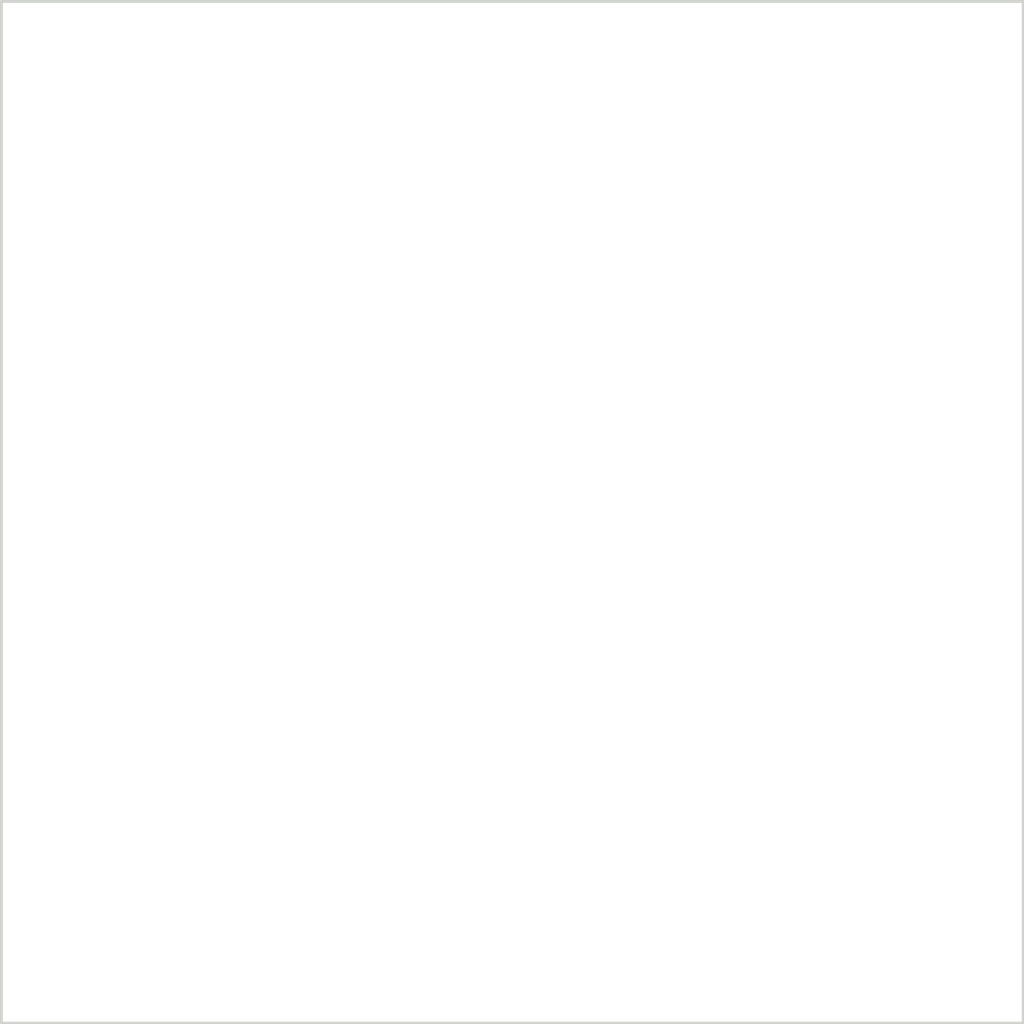
<source format=kicad_pcb>
(kicad_pcb (version 20240108) (generator "pcbnew") (generator_version "8.0")
  (layers (0 "F.Cu" signal) (31 "B.Cu" signal) (34 "B.Paste" user) (35 "F.Paste" user) (36 "B.SilkS" user "B.Silkscreen") (37 "F.SilkS" user "F.Silkscreen") (38 "B.Mask" user) (39 "F.Mask" user) (44 "Edge.Cuts" user))
  (net 0 "")
  (footprint "MountingHole:MountingHole_3.2mm_M3" (layer "F.Cu") (at 51 51)
    (property "Reference" "REF**" (hide yes))
    (property "Value" "MountingHole_3.2mm_M3" (hide yes))
    (pad "" np_thru_hole circle (at 0 0) (size 3.2 3.2) (drill 3.2) (layers "F&B.Cu" "*.Mask"))
  )
  (footprint "MountingHole:MountingHole_3.2mm_M3" (layer "F.Cu") (at 51 24)
    (property "Reference" "REF**" (hide yes))
    (property "Value" "MountingHole_3.2mm_M3" (hide yes))
    (pad "" np_thru_hole circle (at 0 0) (size 3.2 3.2) (drill 3.2) (layers "F&B.Cu" "*.Mask"))
  )
  (footprint "MountingHole:MountingHole_3.2mm_M3" (layer "F.Cu") (at 24 24)
    (property "Reference" "REF**" (hide yes))
    (property "Value" "MountingHole_3.2mm_M3" (hide yes))
    (pad "" np_thru_hole circle (at 0 0) (size 3.2 3.2) (drill 3.2) (layers "*.Cu" "*.Mask"))
  )
  (footprint "MountingHole:MountingHole_3.2mm_M3" (layer "F.Cu") (at 24 51)
    (property "Reference" "REF**" (hide yes))
    (property "Value" "MountingHole_3.2mm_M3" (hide yes))
    (pad "" np_thru_hole circle (at 0 0) (size 3.2 3.2) (drill 3.2) (layers "F&B.Cu" "*.Mask"))
  )
  (gr_rect (start 20 20) (end 55 55) (stroke (width 0.1)) (fill none) (layer "Edge.Cuts"))
)
</source>
